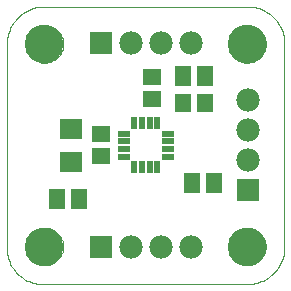
<source format=gts>
G75*
G70*
%OFA0B0*%
%FSLAX24Y24*%
%IPPOS*%
%LPD*%
%AMOC8*
5,1,8,0,0,1.08239X$1,22.5*
%
%ADD10C,0.0000*%
%ADD11C,0.1290*%
%ADD12R,0.0197X0.0434*%
%ADD13R,0.0434X0.0197*%
%ADD14R,0.0631X0.0552*%
%ADD15R,0.0749X0.0670*%
%ADD16R,0.0552X0.0631*%
%ADD17R,0.0552X0.0670*%
%ADD18R,0.0780X0.0780*%
%ADD19C,0.0780*%
D10*
X000536Y001785D02*
X000534Y001719D01*
X000536Y001653D01*
X000542Y001587D01*
X000551Y001521D01*
X000564Y001456D01*
X000581Y001391D01*
X000601Y001328D01*
X000625Y001266D01*
X000652Y001206D01*
X000683Y001147D01*
X000717Y001089D01*
X000754Y001034D01*
X000794Y000981D01*
X000837Y000931D01*
X000882Y000882D01*
X000931Y000837D01*
X000981Y000794D01*
X001034Y000754D01*
X001089Y000717D01*
X001147Y000683D01*
X001206Y000652D01*
X001266Y000625D01*
X001328Y000601D01*
X001391Y000581D01*
X001456Y000564D01*
X001521Y000551D01*
X001587Y000542D01*
X001653Y000536D01*
X001719Y000534D01*
X001785Y000536D01*
X001785Y000535D02*
X008535Y000535D01*
X008603Y000537D01*
X008670Y000542D01*
X008737Y000551D01*
X008804Y000564D01*
X008869Y000581D01*
X008934Y000600D01*
X008998Y000624D01*
X009060Y000651D01*
X009121Y000681D01*
X009179Y000714D01*
X009236Y000750D01*
X009291Y000790D01*
X009344Y000832D01*
X009395Y000878D01*
X009442Y000925D01*
X009488Y000976D01*
X009530Y001029D01*
X009570Y001084D01*
X009606Y001141D01*
X009639Y001199D01*
X009669Y001260D01*
X009696Y001322D01*
X009720Y001386D01*
X009739Y001451D01*
X009756Y001516D01*
X009769Y001583D01*
X009778Y001650D01*
X009783Y001717D01*
X009785Y001785D01*
X009785Y008535D01*
X009783Y008603D01*
X009778Y008670D01*
X009769Y008737D01*
X009756Y008804D01*
X009739Y008869D01*
X009720Y008934D01*
X009696Y008998D01*
X009669Y009060D01*
X009639Y009121D01*
X009606Y009179D01*
X009570Y009236D01*
X009530Y009291D01*
X009488Y009344D01*
X009442Y009395D01*
X009395Y009442D01*
X009344Y009488D01*
X009291Y009530D01*
X009236Y009570D01*
X009179Y009606D01*
X009121Y009639D01*
X009060Y009669D01*
X008998Y009696D01*
X008934Y009720D01*
X008869Y009739D01*
X008804Y009756D01*
X008737Y009769D01*
X008670Y009778D01*
X008603Y009783D01*
X008535Y009785D01*
X001785Y009785D01*
X001160Y008535D02*
X001162Y008585D01*
X001168Y008634D01*
X001178Y008683D01*
X001191Y008730D01*
X001209Y008777D01*
X001230Y008822D01*
X001254Y008865D01*
X001282Y008906D01*
X001313Y008945D01*
X001347Y008981D01*
X001384Y009015D01*
X001424Y009045D01*
X001465Y009072D01*
X001509Y009096D01*
X001554Y009116D01*
X001601Y009132D01*
X001649Y009145D01*
X001698Y009154D01*
X001748Y009159D01*
X001797Y009160D01*
X001847Y009157D01*
X001896Y009150D01*
X001945Y009139D01*
X001992Y009125D01*
X002038Y009106D01*
X002083Y009084D01*
X002126Y009059D01*
X002166Y009030D01*
X002204Y008998D01*
X002240Y008964D01*
X002273Y008926D01*
X002302Y008886D01*
X002328Y008844D01*
X002351Y008800D01*
X002370Y008754D01*
X002386Y008707D01*
X002398Y008658D01*
X002406Y008609D01*
X002410Y008560D01*
X002410Y008510D01*
X002406Y008461D01*
X002398Y008412D01*
X002386Y008363D01*
X002370Y008316D01*
X002351Y008270D01*
X002328Y008226D01*
X002302Y008184D01*
X002273Y008144D01*
X002240Y008106D01*
X002204Y008072D01*
X002166Y008040D01*
X002126Y008011D01*
X002083Y007986D01*
X002038Y007964D01*
X001992Y007945D01*
X001945Y007931D01*
X001896Y007920D01*
X001847Y007913D01*
X001797Y007910D01*
X001748Y007911D01*
X001698Y007916D01*
X001649Y007925D01*
X001601Y007938D01*
X001554Y007954D01*
X001509Y007974D01*
X001465Y007998D01*
X001424Y008025D01*
X001384Y008055D01*
X001347Y008089D01*
X001313Y008125D01*
X001282Y008164D01*
X001254Y008205D01*
X001230Y008248D01*
X001209Y008293D01*
X001191Y008340D01*
X001178Y008387D01*
X001168Y008436D01*
X001162Y008485D01*
X001160Y008535D01*
X000535Y008535D02*
X000535Y001785D01*
X001160Y001785D02*
X001162Y001835D01*
X001168Y001884D01*
X001178Y001933D01*
X001191Y001980D01*
X001209Y002027D01*
X001230Y002072D01*
X001254Y002115D01*
X001282Y002156D01*
X001313Y002195D01*
X001347Y002231D01*
X001384Y002265D01*
X001424Y002295D01*
X001465Y002322D01*
X001509Y002346D01*
X001554Y002366D01*
X001601Y002382D01*
X001649Y002395D01*
X001698Y002404D01*
X001748Y002409D01*
X001797Y002410D01*
X001847Y002407D01*
X001896Y002400D01*
X001945Y002389D01*
X001992Y002375D01*
X002038Y002356D01*
X002083Y002334D01*
X002126Y002309D01*
X002166Y002280D01*
X002204Y002248D01*
X002240Y002214D01*
X002273Y002176D01*
X002302Y002136D01*
X002328Y002094D01*
X002351Y002050D01*
X002370Y002004D01*
X002386Y001957D01*
X002398Y001908D01*
X002406Y001859D01*
X002410Y001810D01*
X002410Y001760D01*
X002406Y001711D01*
X002398Y001662D01*
X002386Y001613D01*
X002370Y001566D01*
X002351Y001520D01*
X002328Y001476D01*
X002302Y001434D01*
X002273Y001394D01*
X002240Y001356D01*
X002204Y001322D01*
X002166Y001290D01*
X002126Y001261D01*
X002083Y001236D01*
X002038Y001214D01*
X001992Y001195D01*
X001945Y001181D01*
X001896Y001170D01*
X001847Y001163D01*
X001797Y001160D01*
X001748Y001161D01*
X001698Y001166D01*
X001649Y001175D01*
X001601Y001188D01*
X001554Y001204D01*
X001509Y001224D01*
X001465Y001248D01*
X001424Y001275D01*
X001384Y001305D01*
X001347Y001339D01*
X001313Y001375D01*
X001282Y001414D01*
X001254Y001455D01*
X001230Y001498D01*
X001209Y001543D01*
X001191Y001590D01*
X001178Y001637D01*
X001168Y001686D01*
X001162Y001735D01*
X001160Y001785D01*
X000535Y008535D02*
X000537Y008603D01*
X000542Y008670D01*
X000551Y008737D01*
X000564Y008804D01*
X000581Y008869D01*
X000600Y008934D01*
X000624Y008998D01*
X000651Y009060D01*
X000681Y009121D01*
X000714Y009179D01*
X000750Y009236D01*
X000790Y009291D01*
X000832Y009344D01*
X000878Y009395D01*
X000925Y009442D01*
X000976Y009488D01*
X001029Y009530D01*
X001084Y009570D01*
X001141Y009606D01*
X001199Y009639D01*
X001260Y009669D01*
X001322Y009696D01*
X001386Y009720D01*
X001451Y009739D01*
X001516Y009756D01*
X001583Y009769D01*
X001650Y009778D01*
X001717Y009783D01*
X001785Y009785D01*
X007910Y008535D02*
X007912Y008585D01*
X007918Y008634D01*
X007928Y008683D01*
X007941Y008730D01*
X007959Y008777D01*
X007980Y008822D01*
X008004Y008865D01*
X008032Y008906D01*
X008063Y008945D01*
X008097Y008981D01*
X008134Y009015D01*
X008174Y009045D01*
X008215Y009072D01*
X008259Y009096D01*
X008304Y009116D01*
X008351Y009132D01*
X008399Y009145D01*
X008448Y009154D01*
X008498Y009159D01*
X008547Y009160D01*
X008597Y009157D01*
X008646Y009150D01*
X008695Y009139D01*
X008742Y009125D01*
X008788Y009106D01*
X008833Y009084D01*
X008876Y009059D01*
X008916Y009030D01*
X008954Y008998D01*
X008990Y008964D01*
X009023Y008926D01*
X009052Y008886D01*
X009078Y008844D01*
X009101Y008800D01*
X009120Y008754D01*
X009136Y008707D01*
X009148Y008658D01*
X009156Y008609D01*
X009160Y008560D01*
X009160Y008510D01*
X009156Y008461D01*
X009148Y008412D01*
X009136Y008363D01*
X009120Y008316D01*
X009101Y008270D01*
X009078Y008226D01*
X009052Y008184D01*
X009023Y008144D01*
X008990Y008106D01*
X008954Y008072D01*
X008916Y008040D01*
X008876Y008011D01*
X008833Y007986D01*
X008788Y007964D01*
X008742Y007945D01*
X008695Y007931D01*
X008646Y007920D01*
X008597Y007913D01*
X008547Y007910D01*
X008498Y007911D01*
X008448Y007916D01*
X008399Y007925D01*
X008351Y007938D01*
X008304Y007954D01*
X008259Y007974D01*
X008215Y007998D01*
X008174Y008025D01*
X008134Y008055D01*
X008097Y008089D01*
X008063Y008125D01*
X008032Y008164D01*
X008004Y008205D01*
X007980Y008248D01*
X007959Y008293D01*
X007941Y008340D01*
X007928Y008387D01*
X007918Y008436D01*
X007912Y008485D01*
X007910Y008535D01*
X007910Y001785D02*
X007912Y001835D01*
X007918Y001884D01*
X007928Y001933D01*
X007941Y001980D01*
X007959Y002027D01*
X007980Y002072D01*
X008004Y002115D01*
X008032Y002156D01*
X008063Y002195D01*
X008097Y002231D01*
X008134Y002265D01*
X008174Y002295D01*
X008215Y002322D01*
X008259Y002346D01*
X008304Y002366D01*
X008351Y002382D01*
X008399Y002395D01*
X008448Y002404D01*
X008498Y002409D01*
X008547Y002410D01*
X008597Y002407D01*
X008646Y002400D01*
X008695Y002389D01*
X008742Y002375D01*
X008788Y002356D01*
X008833Y002334D01*
X008876Y002309D01*
X008916Y002280D01*
X008954Y002248D01*
X008990Y002214D01*
X009023Y002176D01*
X009052Y002136D01*
X009078Y002094D01*
X009101Y002050D01*
X009120Y002004D01*
X009136Y001957D01*
X009148Y001908D01*
X009156Y001859D01*
X009160Y001810D01*
X009160Y001760D01*
X009156Y001711D01*
X009148Y001662D01*
X009136Y001613D01*
X009120Y001566D01*
X009101Y001520D01*
X009078Y001476D01*
X009052Y001434D01*
X009023Y001394D01*
X008990Y001356D01*
X008954Y001322D01*
X008916Y001290D01*
X008876Y001261D01*
X008833Y001236D01*
X008788Y001214D01*
X008742Y001195D01*
X008695Y001181D01*
X008646Y001170D01*
X008597Y001163D01*
X008547Y001160D01*
X008498Y001161D01*
X008448Y001166D01*
X008399Y001175D01*
X008351Y001188D01*
X008304Y001204D01*
X008259Y001224D01*
X008215Y001248D01*
X008174Y001275D01*
X008134Y001305D01*
X008097Y001339D01*
X008063Y001375D01*
X008032Y001414D01*
X008004Y001455D01*
X007980Y001498D01*
X007959Y001543D01*
X007941Y001590D01*
X007928Y001637D01*
X007918Y001686D01*
X007912Y001735D01*
X007910Y001785D01*
D11*
X008535Y001785D03*
X008535Y008535D03*
X001785Y008535D03*
X001785Y001785D03*
D12*
X004776Y004432D03*
X005032Y004432D03*
X005288Y004432D03*
X005544Y004432D03*
X005544Y005888D03*
X005288Y005888D03*
X005032Y005888D03*
X004776Y005888D03*
D13*
X004432Y005544D03*
X004432Y005288D03*
X004432Y005032D03*
X004432Y004776D03*
X005888Y004776D03*
X005888Y005032D03*
X005888Y005288D03*
X005888Y005544D03*
D14*
X005360Y006686D03*
X005360Y007434D03*
X003660Y005534D03*
X003660Y004786D03*
D15*
X002660Y004609D03*
X002660Y005711D03*
D16*
X006386Y006560D03*
X007134Y006560D03*
D17*
X007134Y007460D03*
X006386Y007460D03*
X006686Y003910D03*
X007434Y003910D03*
X002934Y003360D03*
X002186Y003360D03*
D18*
X003660Y001760D03*
X008560Y003660D03*
X003660Y008560D03*
D19*
X004660Y008560D03*
X005660Y008560D03*
X006660Y008560D03*
X008560Y006660D03*
X008560Y005660D03*
X008560Y004660D03*
X006660Y001760D03*
X005660Y001760D03*
X004660Y001760D03*
M02*

</source>
